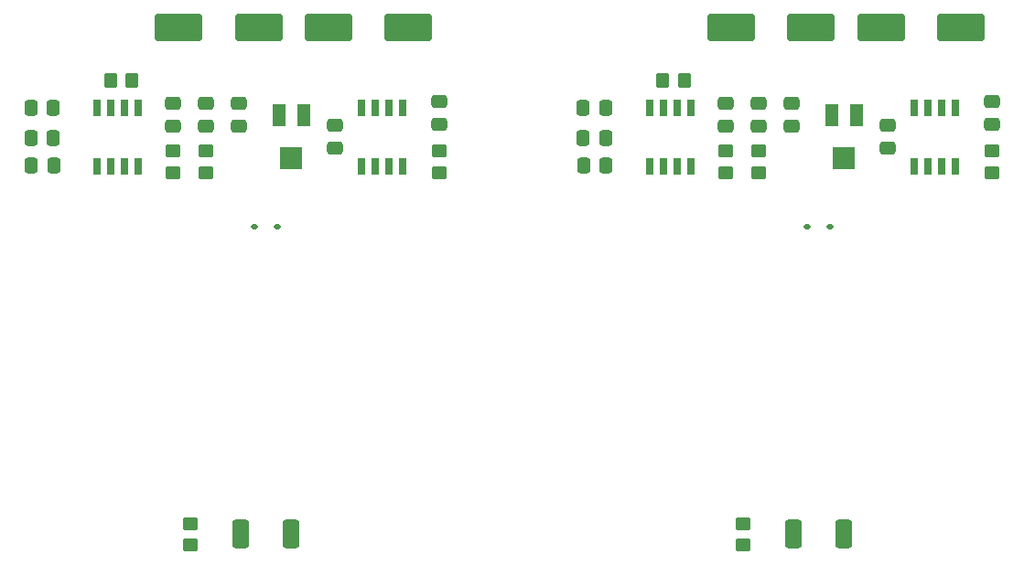
<source format=gbr>
%TF.GenerationSoftware,KiCad,Pcbnew,7.0.10*%
%TF.CreationDate,2024-03-02T22:01:54+01:00*%
%TF.ProjectId,explorer-panel_panelized,6578706c-6f72-4657-922d-70616e656c5f,rev?*%
%TF.SameCoordinates,Original*%
%TF.FileFunction,Paste,Top*%
%TF.FilePolarity,Positive*%
%FSLAX46Y46*%
G04 Gerber Fmt 4.6, Leading zero omitted, Abs format (unit mm)*
G04 Created by KiCad (PCBNEW 7.0.10) date 2024-03-02 22:01:54*
%MOMM*%
%LPD*%
G01*
G04 APERTURE LIST*
G04 Aperture macros list*
%AMRoundRect*
0 Rectangle with rounded corners*
0 $1 Rounding radius*
0 $2 $3 $4 $5 $6 $7 $8 $9 X,Y pos of 4 corners*
0 Add a 4 corners polygon primitive as box body*
4,1,4,$2,$3,$4,$5,$6,$7,$8,$9,$2,$3,0*
0 Add four circle primitives for the rounded corners*
1,1,$1+$1,$2,$3*
1,1,$1+$1,$4,$5*
1,1,$1+$1,$6,$7*
1,1,$1+$1,$8,$9*
0 Add four rect primitives between the rounded corners*
20,1,$1+$1,$2,$3,$4,$5,0*
20,1,$1+$1,$4,$5,$6,$7,0*
20,1,$1+$1,$6,$7,$8,$9,0*
20,1,$1+$1,$8,$9,$2,$3,0*%
G04 Aperture macros list end*
%ADD10R,0.650000X1.525000*%
%ADD11RoundRect,0.250000X-0.350000X-0.450000X0.350000X-0.450000X0.350000X0.450000X-0.350000X0.450000X0*%
%ADD12RoundRect,0.250000X0.475000X-0.337500X0.475000X0.337500X-0.475000X0.337500X-0.475000X-0.337500X0*%
%ADD13RoundRect,0.250000X-1.950000X-1.000000X1.950000X-1.000000X1.950000X1.000000X-1.950000X1.000000X0*%
%ADD14RoundRect,0.250000X0.337500X0.475000X-0.337500X0.475000X-0.337500X-0.475000X0.337500X-0.475000X0*%
%ADD15RoundRect,0.250000X0.450000X-0.350000X0.450000X0.350000X-0.450000X0.350000X-0.450000X-0.350000X0*%
%ADD16R,1.300000X2.000000*%
%ADD17R,2.000000X2.000000*%
%ADD18RoundRect,0.250000X-0.450000X0.350000X-0.450000X-0.350000X0.450000X-0.350000X0.450000X0.350000X0*%
%ADD19RoundRect,0.112500X0.187500X0.112500X-0.187500X0.112500X-0.187500X-0.112500X0.187500X-0.112500X0*%
%ADD20RoundRect,0.249999X-0.512501X-1.075001X0.512501X-1.075001X0.512501X1.075001X-0.512501X1.075001X0*%
G04 APERTURE END LIST*
D10*
%TO.C,IC1*%
X59582000Y-18400000D03*
X60852000Y-18400000D03*
X62122000Y-18400000D03*
X63392000Y-18400000D03*
X63392000Y-12976000D03*
X62122000Y-12976000D03*
X60852000Y-12976000D03*
X59582000Y-12976000D03*
%TD*%
D11*
%TO.C,R4*%
X60780000Y-10477000D03*
X62780000Y-10477000D03*
%TD*%
D12*
%TO.C,C2*%
X18464000Y-14675000D03*
X18464000Y-12600000D03*
%TD*%
D13*
%TO.C,C4*%
X15968000Y-5524000D03*
X23368000Y-5524000D03*
%TD*%
D14*
%TO.C,C7*%
X55487000Y-12988000D03*
X53412000Y-12988000D03*
%TD*%
D15*
%TO.C,R1*%
X15464000Y-19000000D03*
X15464000Y-17000000D03*
%TD*%
D16*
%TO.C,RV1*%
X25243000Y-13688000D03*
D17*
X26393000Y-17688000D03*
D16*
X27543000Y-13688000D03*
%TD*%
D12*
%TO.C,C10*%
X40064000Y-14500000D03*
X40064000Y-12425000D03*
%TD*%
D18*
%TO.C,.R2*%
X17064000Y-51500000D03*
X17064000Y-53500000D03*
%TD*%
D19*
%TO.C,D1*%
X25114000Y-24000000D03*
X23014000Y-24000000D03*
%TD*%
D10*
%TO.C,IC2*%
X32888000Y-18400000D03*
X34158000Y-18400000D03*
X35428000Y-18400000D03*
X36698000Y-18400000D03*
X36698000Y-12976000D03*
X35428000Y-12976000D03*
X34158000Y-12976000D03*
X32888000Y-12976000D03*
%TD*%
D15*
%TO.C,R2*%
X18464000Y-19000000D03*
X18464000Y-17000000D03*
%TD*%
D14*
%TO.C,C7*%
X4359000Y-12988000D03*
X2284000Y-12988000D03*
%TD*%
D12*
%TO.C,C5*%
X72667000Y-14675000D03*
X72667000Y-12600000D03*
%TD*%
D14*
%TO.C,C8*%
X55487000Y-15788000D03*
X53412000Y-15788000D03*
%TD*%
D12*
%TO.C,C3*%
X30464000Y-16725000D03*
X30464000Y-14650000D03*
%TD*%
D16*
%TO.C,RV1*%
X76371000Y-13688000D03*
D17*
X77521000Y-17688000D03*
D16*
X78671000Y-13688000D03*
%TD*%
D10*
%TO.C,IC1*%
X8454000Y-18400000D03*
X9724000Y-18400000D03*
X10994000Y-18400000D03*
X12264000Y-18400000D03*
X12264000Y-12976000D03*
X10994000Y-12976000D03*
X9724000Y-12976000D03*
X8454000Y-12976000D03*
%TD*%
D15*
%TO.C,R1*%
X66592000Y-19000000D03*
X66592000Y-17000000D03*
%TD*%
D12*
%TO.C,C3*%
X81592000Y-16725000D03*
X81592000Y-14650000D03*
%TD*%
D13*
%TO.C,C4*%
X67096000Y-5524000D03*
X74496000Y-5524000D03*
%TD*%
D12*
%TO.C,C1*%
X66592000Y-14675000D03*
X66592000Y-12600000D03*
%TD*%
%TO.C,C1*%
X15464000Y-14675000D03*
X15464000Y-12600000D03*
%TD*%
D14*
%TO.C,C8*%
X4359000Y-15788000D03*
X2284000Y-15788000D03*
%TD*%
%TO.C,C9*%
X4396500Y-18388000D03*
X2321500Y-18388000D03*
%TD*%
D12*
%TO.C,C10*%
X91192000Y-14500000D03*
X91192000Y-12425000D03*
%TD*%
D13*
%TO.C,C6*%
X29828000Y-5524000D03*
X37228000Y-5524000D03*
%TD*%
D19*
%TO.C,D1*%
X76242000Y-24000000D03*
X74142000Y-24000000D03*
%TD*%
D14*
%TO.C,C9*%
X55524500Y-18388000D03*
X53449500Y-18388000D03*
%TD*%
D15*
%TO.C,R2*%
X69592000Y-19000000D03*
X69592000Y-17000000D03*
%TD*%
D10*
%TO.C,IC2*%
X84016000Y-18400000D03*
X85286000Y-18400000D03*
X86556000Y-18400000D03*
X87826000Y-18400000D03*
X87826000Y-12976000D03*
X86556000Y-12976000D03*
X85286000Y-12976000D03*
X84016000Y-12976000D03*
%TD*%
D12*
%TO.C,C5*%
X21539000Y-14675000D03*
X21539000Y-12600000D03*
%TD*%
D13*
%TO.C,C6*%
X80956000Y-5524000D03*
X88356000Y-5524000D03*
%TD*%
D18*
%TO.C,.R2*%
X68192000Y-51500000D03*
X68192000Y-53500000D03*
%TD*%
D12*
%TO.C,C2*%
X69592000Y-14675000D03*
X69592000Y-12600000D03*
%TD*%
D18*
%TO.C,R3*%
X40064000Y-17000000D03*
X40064000Y-19000000D03*
%TD*%
%TO.C,R3*%
X91192000Y-17000000D03*
X91192000Y-19000000D03*
%TD*%
D11*
%TO.C,R4*%
X9652000Y-10477000D03*
X11652000Y-10477000D03*
%TD*%
D20*
%TO.C,.D1*%
X72854500Y-52500000D03*
X77529500Y-52500000D03*
%TD*%
%TO.C,.D1*%
X21726500Y-52500000D03*
X26401500Y-52500000D03*
%TD*%
M02*

</source>
